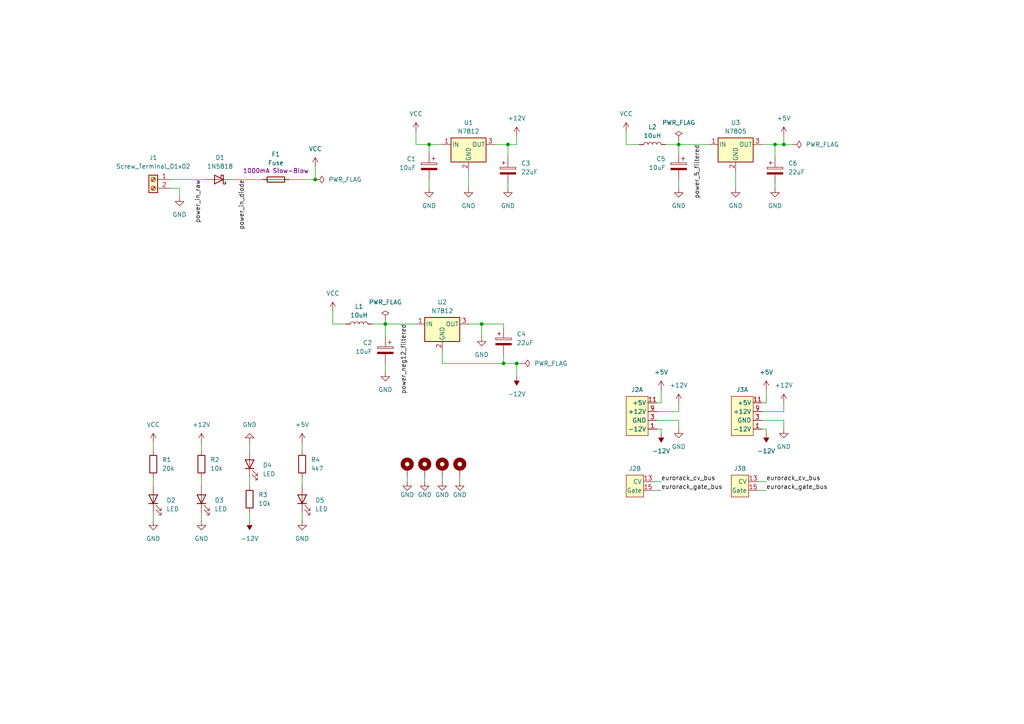
<source format=kicad_sch>
(kicad_sch (version 20250114) (generator "eeschema") (generator_version "9.0")
  (paper "A4")
  (title_block (title "Power Distribution Board") (date "2026-01-24") (rev "rev03") (company "Bristol Communal Modular") (comment 2 "creativecommons.org/licenses/by/4.0/") (comment 3 "License: CC BY 4.0") (comment 4 "Author: Guy John"))
  (lib_symbols
    (symbol "Connector:Screw_Terminal_01x02" (pin_names (offset 1.016) (hide yes))
      (property "Reference" "J" (at 0 2.54 0))
      (property "Value" "Screw_Terminal_01x02" (at 0 -5.08 0))
      (symbol "Screw_Terminal_01x02_1_1"
        (rectangle (start -1.27 1.27) (end 1.27 -3.81) (stroke (width 0.254)) (fill (type background)))
        (polyline (pts (xy -0.5334 0.3302) (xy 0.3302 -0.508)) (stroke (width 0.1524)))
        (polyline (pts (xy -0.5334 -2.2098) (xy 0.3302 -3.048)) (stroke (width 0.1524)))
        (polyline (pts (xy -0.3556 0.508) (xy 0.508 -0.3302)) (stroke (width 0.1524)))
        (polyline (pts (xy -0.3556 -2.032) (xy 0.508 -2.8702)) (stroke (width 0.1524)))
        (circle (center 0 0) (radius 0.635) (stroke (width 0.1524)))
        (circle (center 0 -2.54) (radius 0.635) (stroke (width 0.1524)))
        (pin passive line (at -5.08 0 0) (length 3.81) (name "Pin_1") (number "1"))
        (pin passive line (at -5.08 -2.54 0) (length 3.81) (name "Pin_2") (number "2"))
      )
    )
    (symbol "Device:C_Polarized" (pin_numbers (hide yes)) (pin_names (offset 0.254))
      (property "Reference" "C" (at 0.635 2.54 0))
      (property "Value" "C_Polarized" (at 0.635 -2.54 0))
      (symbol "C_Polarized_0_1"
        (rectangle (start -2.286 0.508) (end 2.286 1.016))
        (polyline (pts (xy -1.778 2.286) (xy -0.762 2.286)))
        (polyline (pts (xy -1.27 2.794) (xy -1.27 1.778)))
        (rectangle (start 2.286 -0.508) (end -2.286 -1.016) (fill (type outline)))
      )
      (symbol "C_Polarized_1_1"
        (pin passive line (at 0 3.81 270) (length 2.794) (name "~") (number "1"))
        (pin passive line (at 0 -3.81 90) (length 2.794) (name "~") (number "2"))
      )
    )
    (symbol "Device:D_Schottky" (pin_numbers (hide yes)) (pin_names (offset 1.016) (hide yes))
      (property "Reference" "D" (at 0 2.54 0))
      (property "Value" "D_Schottky" (at 0 -2.54 0))
      (symbol "D_Schottky_0_1"
        (polyline (pts (xy -1.905 0.635) (xy -1.905 1.27) (xy -1.27 1.27) (xy -1.27 -1.27) (xy -0.635 -1.27) (xy -0.635 -0.635)) (stroke (width 0.254)))
        (polyline (pts (xy 1.27 1.27) (xy 1.27 -1.27) (xy -1.27 0) (xy 1.27 1.27)) (stroke (width 0.254)))
        (polyline (pts (xy 1.27 0) (xy -1.27 0)))
      )
      (symbol "D_Schottky_1_1"
        (pin passive line (at -3.81 0 0) (length 2.54) (name "K") (number "1"))
        (pin passive line (at 3.81 0 180) (length 2.54) (name "A") (number "2"))
      )
    )
    (symbol "Device:Fuse" (pin_numbers (hide yes)) (pin_names (offset 0))
      (property "Reference" "F" (at 2.032 0 90))
      (property "Value" "Fuse" (at -1.905 0 90))
      (symbol "Fuse_0_1"
        (rectangle (start -0.762 -2.54) (end 0.762 2.54) (stroke (width 0.254)))
        (polyline (pts (xy 0 2.54) (xy 0 -2.54)))
      )
      (symbol "Fuse_1_1"
        (pin passive line (at 0 3.81 270) (length 1.27) (name "~") (number "1"))
        (pin passive line (at 0 -3.81 90) (length 1.27) (name "~") (number "2"))
      )
    )
    (symbol "Device:L" (pin_numbers (hide yes)) (pin_names (offset 1.016) (hide yes))
      (property "Reference" "L" (at -1.27 0 90))
      (property "Value" "L" (at 1.905 0 90))
      (symbol "L_0_1"
        (arc (start 0 2.54) (mid 0.6323 1.905) (end 0 1.27))
        (arc (start 0 1.27) (mid 0.6323 0.635) (end 0 0))
        (arc (start 0 0) (mid 0.6323 -0.635) (end 0 -1.27))
        (arc (start 0 -1.27) (mid 0.6323 -1.905) (end 0 -2.54))
      )
      (symbol "L_1_1"
        (pin passive line (at 0 3.81 270) (length 1.27) (name "1") (number "1"))
        (pin passive line (at 0 -3.81 90) (length 1.27) (name "2") (number "2"))
      )
    )
    (symbol "Device:LED" (pin_numbers (hide yes)) (pin_names (offset 1.016) (hide yes))
      (property "Reference" "D" (at 0 2.54 0))
      (property "Value" "LED" (at 0 -2.54 0))
      (symbol "LED_0_1"
        (polyline (pts (xy -3.048 -0.762) (xy -4.572 -2.286) (xy -3.81 -2.286) (xy -4.572 -2.286) (xy -4.572 -1.524)))
        (polyline (pts (xy -1.778 -0.762) (xy -3.302 -2.286) (xy -2.54 -2.286) (xy -3.302 -2.286) (xy -3.302 -1.524)))
        (polyline (pts (xy -1.27 0) (xy 1.27 0)))
        (polyline (pts (xy -1.27 -1.27) (xy -1.27 1.27)) (stroke (width 0.254)))
        (polyline (pts (xy 1.27 -1.27) (xy 1.27 1.27) (xy -1.27 0) (xy 1.27 -1.27)) (stroke (width 0.254)))
      )
      (symbol "LED_1_1"
        (pin passive line (at -3.81 0 0) (length 2.54) (name "K") (number "1"))
        (pin passive line (at 3.81 0 180) (length 2.54) (name "A") (number "2"))
      )
    )
    (symbol "Device:R" (pin_numbers (hide yes)) (pin_names (offset 0))
      (property "Reference" "R" (at 2.032 0 90))
      (property "Value" "R" (at 0 0 90))
      (symbol "R_0_1"
        (rectangle (start -1.016 -2.54) (end 1.016 2.54) (stroke (width 0.254)))
      )
      (symbol "R_1_1"
        (pin passive line (at 0 3.81 270) (length 1.27) (name "~") (number "1"))
        (pin passive line (at 0 -3.81 90) (length 1.27) (name "~") (number "2"))
      )
    )
    (symbol "Mechanical:MountingHole_Pad" (pin_numbers (hide yes)) (pin_names (offset 1.016) (hide yes)) (in_bom no)
      (property "Reference" "H" (at 0 6.35 0))
      (property "Value" "MountingHole_Pad" (at 0 4.445 0))
      (symbol "MountingHole_Pad_0_1"
        (circle (center 0 1.27) (radius 1.27) (stroke (width 1.27)))
      )
      (symbol "MountingHole_Pad_1_1"
        (pin input line (at 0 -2.54 90) (length 2.54) (name "1") (number "1"))
      )
    )
    (symbol "Rumblesan_Eurorack_Power:Bus_Board_Power_Distribution_Socket"
      (property "Reference" "J?" (at 0.635 8.255 0))
      (symbol "Bus_Board_Power_Distribution_Socket_1_1"
        (rectangle (start -2.54 6.985) (end 3.81 -4.445) (stroke (width 0.1524)) (fill (type background)))
        (pin power_in line (at 6.35 5.08 180) (length 2.54) (name "+5V") (number "11"))
        (pin passive line (at 6.35 5.08 180) (length 2.54) (hide yes) (name "+5V") (number "12"))
        (pin passive line (at 6.35 2.54 180) (length 2.54) (hide yes) (name "+12V") (number "10"))
        (pin power_in line (at 6.35 2.54 180) (length 2.54) (name "+12V") (number "9"))
        (pin power_in line (at 6.35 0 180) (length 2.54) (name "GND") (number "3"))
        (pin passive line (at 6.35 0 180) (length 2.54) (hide yes) (name "GND") (number "4"))
        (pin passive line (at 6.35 0 180) (length 2.54) (hide yes) (name "GND") (number "5"))
        (pin passive line (at 6.35 0 180) (length 2.54) (hide yes) (name "GND") (number "6"))
        (pin passive line (at 6.35 0 180) (length 2.54) (hide yes) (name "GND") (number "7"))
        (pin passive line (at 6.35 0 180) (length 2.54) (hide yes) (name "GND") (number "8"))
        (pin power_in line (at 6.35 -2.54 180) (length 2.54) (name "-12V") (number "1"))
        (pin passive line (at 6.35 -2.54 180) (length 2.54) (hide yes) (name "-12V") (number "2"))
      )
      (symbol "Bus_Board_Power_Distribution_Socket_2_1"
        (rectangle (start -1.27 4.445) (end 3.81 -1.905) (stroke (width 0.1524)) (fill (type background)))
        (pin passive line (at 6.35 2.54 180) (length 2.54) (name "CV") (number "13"))
        (pin passive line (at 6.35 2.54 180) (length 2.54) (hide yes) (name "CV") (number "14"))
        (pin passive line (at 6.35 0 180) (length 2.54) (name "Gate") (number "15"))
        (pin passive line (at 6.35 0 180) (length 2.54) (hide yes) (name "Gate") (number "16"))
      )
    )
    (symbol "bcm-power-parts:N7805" (pin_names (offset 0.254))
      (property "Reference" "U" (at -3.81 3.175 0))
      (property "Value" "N7805" (at 0 3.175 0))
      (symbol "N7805_0_1"
        (rectangle (start -5.08 1.905) (end 5.08 -5.08) (stroke (width 0.254)) (fill (type background)))
      )
      (symbol "N7805_1_1"
        (pin power_in line (at -7.62 0 0) (length 2.54) (name "IN") (number "1"))
        (pin power_in line (at 0 -7.62 90) (length 2.54) (name "GND") (number "2"))
        (pin power_out line (at 7.62 0 180) (length 2.54) (name "OUT") (number "3"))
      )
    )
    (symbol "bcm-power-parts:N7812" (pin_names (offset 0.254))
      (property "Reference" "U" (at -3.81 3.175 0))
      (property "Value" "N7812" (at 0 3.175 0))
      (symbol "N7812_0_1"
        (rectangle (start -5.08 1.905) (end 5.08 -5.08) (stroke (width 0.254)) (fill (type background)))
      )
      (symbol "N7812_1_1"
        (pin power_in line (at -7.62 0 0) (length 2.54) (name "IN") (number "1"))
        (pin power_in line (at 0 -7.62 90) (length 2.54) (name "GND") (number "2"))
        (pin power_out line (at 7.62 0 180) (length 2.54) (name "OUT") (number "3"))
      )
    )
    (symbol "power:+12V" (power) (pin_numbers (hide yes)) (pin_names (offset 0) (hide yes))
      (property "Value" "+12V" (at 0 3.556 0))
      (symbol "+12V_0_1"
        (polyline (pts (xy -0.762 1.27) (xy 0 2.54)))
        (polyline (pts (xy 0 2.54) (xy 0.762 1.27)))
        (polyline (pts (xy 0 0) (xy 0 2.54)))
      )
      (symbol "+12V_1_1"
        (pin power_in line (at 0 0 90) (length 0) (name "~") (number "1"))
      )
    )
    (symbol "power:+5V" (power) (pin_numbers (hide yes)) (pin_names (offset 0) (hide yes))
      (property "Value" "+5V" (at 0 3.556 0))
      (symbol "+5V_0_1"
        (polyline (pts (xy -0.762 1.27) (xy 0 2.54)))
        (polyline (pts (xy 0 2.54) (xy 0.762 1.27)))
        (polyline (pts (xy 0 0) (xy 0 2.54)))
      )
      (symbol "+5V_1_1"
        (pin power_in line (at 0 0 90) (length 0) (name "~") (number "1"))
      )
    )
    (symbol "power:-12V" (power) (pin_numbers (hide yes)) (pin_names (offset 0) (hide yes))
      (property "Value" "-12V" (at 0 3.556 0))
      (symbol "-12V_0_0"
        (pin power_in line (at 0 0 90) (length 0) (name "~") (number "1"))
      )
      (symbol "-12V_0_1"
        (polyline (pts (xy 0 0) (xy 0 1.27) (xy 0.762 1.27) (xy 0 2.54) (xy -0.762 1.27) (xy 0 1.27)) (fill (type outline)))
      )
    )
    (symbol "power:GND" (power) (pin_numbers (hide yes)) (pin_names (offset 0) (hide yes))
      (property "Value" "GND" (at 0 -3.81 0))
      (symbol "GND_0_1"
        (polyline (pts (xy 0 0) (xy 0 -1.27) (xy 1.27 -1.27) (xy 0 -2.54) (xy -1.27 -1.27) (xy 0 -1.27)))
      )
      (symbol "GND_1_1"
        (pin power_in line (at 0 0 270) (length 0) (name "~") (number "1"))
      )
    )
    (symbol "power:PWR_FLAG" (power) (pin_numbers (hide yes)) (pin_names (offset 0) (hide yes))
      (property "Value" "PWR_FLAG" (at 0 3.81 0))
      (symbol "PWR_FLAG_0_0"
        (pin power_out line (at 0 0 90) (length 0) (name "~") (number "1"))
      )
      (symbol "PWR_FLAG_0_1"
        (polyline (pts (xy 0 0) (xy 0 1.27) (xy -1.016 1.905) (xy 0 2.54) (xy 1.016 1.905) (xy 0 1.27)))
      )
    )
    (symbol "power:VCC" (power) (pin_numbers (hide yes)) (pin_names (offset 0) (hide yes))
      (property "Value" "VCC" (at 0 3.556 0))
      (symbol "VCC_0_1"
        (polyline (pts (xy -0.762 1.27) (xy 0 2.54)))
        (polyline (pts (xy 0 2.54) (xy 0.762 1.27)))
        (polyline (pts (xy 0 0) (xy 0 2.54)))
      )
      (symbol "VCC_1_1"
        (pin power_in line (at 0 0 90) (length 0) (name "~") (number "1"))
      )
    )
  )
  (junction (at 146.05 105.41))
  (junction (at 227.33 41.91))
  (junction (at 111.76 93.98))
  (junction (at 224.79 41.91))
  (junction (at 139.7 93.98))
  (junction (at 149.86 105.41))
  (junction (at 196.85 41.91))
  (junction (at 147.32 41.91))
  (junction (at 91.44 52.07))
  (junction (at 124.46 41.91))
  (wire (pts (xy 128.27 105.41) (xy 146.05 105.41)))
  (wire (pts (xy 139.7 93.98) (xy 139.7 97.79)))
  (wire (pts (xy 58.42 128.27) (xy 58.42 130.81)))
  (wire (pts (xy 196.85 121.92) (xy 196.85 124.46)))
  (wire (pts (xy 196.85 52.07) (xy 196.85 54.61)))
  (wire (pts (xy 220.98 41.91) (xy 224.79 41.91)))
  (wire (pts (xy 96.52 90.17) (xy 96.52 93.98)))
  (wire (pts (xy 227.33 39.37) (xy 227.33 41.91)))
  (wire (pts (xy 91.44 48.26) (xy 91.44 52.07)))
  (wire (pts (xy 191.77 142.24) (xy 189.23 142.24)))
  (wire (pts (xy 149.86 39.37) (xy 149.86 41.91)))
  (wire (pts (xy 191.77 124.46) (xy 191.77 125.73)))
  (wire (pts (xy 111.76 93.98) (xy 120.65 93.98)))
  (wire (pts (xy 87.63 128.27) (xy 87.63 130.81)))
  (wire (pts (xy 190.5 124.46) (xy 191.77 124.46)))
  (wire (pts (xy 213.36 49.53) (xy 213.36 54.61)))
  (wire (pts (xy 124.46 41.91) (xy 128.27 41.91)))
  (wire (pts (xy 146.05 105.41) (xy 146.05 102.87)))
  (wire (pts (xy 135.89 49.53) (xy 135.89 54.61)))
  (wire (pts (xy 222.25 142.24) (xy 219.71 142.24)))
  (wire (pts (xy 111.76 92.71) (xy 111.76 93.98)))
  (wire (pts (xy 143.51 41.91) (xy 147.32 41.91)))
  (wire (pts (xy 128.27 139.7) (xy 128.27 138.43)))
  (wire (pts (xy 227.33 41.91) (xy 229.87 41.91)))
  (wire (pts (xy 181.61 41.91) (xy 185.42 41.91)))
  (wire (pts (xy 72.39 151.13) (xy 72.39 148.59)))
  (wire (pts (xy 72.39 130.81) (xy 72.39 128.27)))
  (wire (pts (xy 222.25 116.84) (xy 220.98 116.84)))
  (wire (pts (xy 227.33 121.92) (xy 227.33 124.46)))
  (wire (pts (xy 44.45 148.59) (xy 44.45 151.13)))
  (wire (pts (xy 196.85 41.91) (xy 205.74 41.91)))
  (wire (pts (xy 44.45 138.43) (xy 44.45 140.97)))
  (wire (pts (xy 72.39 140.97) (xy 72.39 138.43)))
  (wire (pts (xy 196.85 41.91) (xy 196.85 44.45)))
  (wire (pts (xy 220.98 121.92) (xy 227.33 121.92)))
  (wire (pts (xy 220.98 119.38) (xy 227.33 119.38)))
  (wire (pts (xy 118.11 139.7) (xy 118.11 138.43)))
  (wire (pts (xy 146.05 95.25) (xy 146.05 93.98)))
  (wire (pts (xy 49.53 54.61) (xy 52.07 54.61)))
  (wire (pts (xy 191.77 113.03) (xy 191.77 116.84)))
  (wire (pts (xy 58.42 148.59) (xy 58.42 151.13)))
  (wire (pts (xy 222.25 124.46) (xy 222.25 125.73)))
  (wire (pts (xy 111.76 93.98) (xy 111.76 97.79)))
  (wire (pts (xy 147.32 54.61) (xy 147.32 53.34)))
  (wire (pts (xy 83.82 52.07) (xy 91.44 52.07)))
  (wire (pts (xy 111.76 93.98) (xy 107.95 93.98)))
  (wire (pts (xy 87.63 138.43) (xy 87.63 140.97)))
  (wire (pts (xy 196.85 119.38) (xy 196.85 116.84)))
  (wire (pts (xy 111.76 107.95) (xy 111.76 105.41)))
  (wire (pts (xy 222.25 139.7) (xy 219.71 139.7)))
  (wire (pts (xy 190.5 119.38) (xy 196.85 119.38)))
  (wire (pts (xy 222.25 113.03) (xy 222.25 116.84)))
  (wire (pts (xy 190.5 121.92) (xy 196.85 121.92)))
  (wire (pts (xy 146.05 93.98) (xy 139.7 93.98)))
  (wire (pts (xy 58.42 138.43) (xy 58.42 140.97)))
  (wire (pts (xy 87.63 148.59) (xy 87.63 151.13)))
  (wire (pts (xy 44.45 128.27) (xy 44.45 130.81)))
  (wire (pts (xy 220.98 124.46) (xy 222.25 124.46)))
  (wire (pts (xy 191.77 116.84) (xy 190.5 116.84)))
  (wire (pts (xy 191.77 139.7) (xy 189.23 139.7)))
  (wire (pts (xy 227.33 119.38) (xy 227.33 116.84)))
  (wire (pts (xy 96.52 93.98) (xy 100.33 93.98)))
  (wire (pts (xy 196.85 40.64) (xy 196.85 41.91)))
  (wire (pts (xy 181.61 38.1) (xy 181.61 41.91)))
  (wire (pts (xy 123.19 139.7) (xy 123.19 138.43)))
  (wire (pts (xy 149.86 41.91) (xy 147.32 41.91)))
  (wire (pts (xy 128.27 101.6) (xy 128.27 105.41)))
  (wire (pts (xy 147.32 41.91) (xy 147.32 45.72)))
  (wire (pts (xy 124.46 41.91) (xy 124.46 44.45)))
  (wire (pts (xy 67.31 52.07) (xy 76.2 52.07)))
  (wire (pts (xy 224.79 41.91) (xy 224.79 45.72)))
  (wire (pts (xy 139.7 93.98) (xy 135.89 93.98)))
  (wire (pts (xy 151.13 105.41) (xy 149.86 105.41)))
  (wire (pts (xy 193.04 41.91) (xy 196.85 41.91)))
  (wire (pts (xy 120.65 38.1) (xy 120.65 41.91)))
  (wire (pts (xy 120.65 41.91) (xy 124.46 41.91)))
  (wire (pts (xy 149.86 105.41) (xy 146.05 105.41)))
  (wire (pts (xy 49.53 52.07) (xy 59.69 52.07)))
  (wire (pts (xy 149.86 109.22) (xy 149.86 105.41)))
  (wire (pts (xy 52.07 54.61) (xy 52.07 57.15)))
  (wire (pts (xy 224.79 54.61) (xy 224.79 53.34)))
  (wire (pts (xy 124.46 52.07) (xy 124.46 54.61)))
  (wire (pts (xy 227.33 41.91) (xy 224.79 41.91)))
  (wire (pts (xy 133.35 139.7) (xy 133.35 138.43)))
  (label "power_neg12_filtered" (at 118.11 93.98 270))
  (label "eurorack_gate_bus" (at 191.77 142.24 0))
  (label "power_in_diode" (at 71.12 52.07 270))
  (label "power_in_raw" (at 58.42 52.07 270))
  (label "power_5_filtered" (at 203.2 41.91 270))
  (label "eurorack_cv_bus" (at 191.77 139.7 0))
  (label "eurorack_gate_bus" (at 222.25 142.24 0))
  (label "eurorack_cv_bus" (at 222.25 139.7 0))
  (symbol (lib_id "power:GND") (at 128.27 139.7 0) (unit 1)
    (property "Reference" "#PWR032" (effects (hide yes)))
    (property "Value" "GND" (at 128.27 143.51 0))
    (property "Description" "Power symbol creates a global label with name \"GND\" , ground" (effects (hide yes)))
  )
  (symbol (lib_id "Device:LED") (at 72.39 134.62 90) (unit 1)
    (property "Reference" "D4" (at 76.2 134.9374 90) (effects (justify right)))
    (property "Value" "LED" (at 76.2 137.4774 90) (effects (justify right)))
    (property "Footprint" "LED_THT:LED_D3.0mm" (effects (hide yes)))
    (property "Description" "Light emitting diode" (effects (hide yes)))
    (property "Sim.Pins" "1=K 2=A" (effects (hide yes)))
  )
  (symbol (lib_id "power:GND") (at 224.79 54.61 0) (unit 1)
    (property "Reference" "#PWR037" (effects (hide yes)))
    (property "Value" "GND" (at 224.79 59.69 0))
    (property "Description" "Power symbol creates a global label with name \"GND\" , ground" (effects (hide yes)))
  )
  (symbol (lib_id "power:-12V") (at 72.39 151.13 180) (unit 1)
    (property "Reference" "#PWR09" (effects (hide yes)))
    (property "Value" "-12V" (at 72.39 156.21 0))
    (property "Description" "Power symbol creates a global label with name \"-12V\"" (effects (hide yes)))
  )
  (symbol (lib_id "power:+12V") (at 58.42 128.27 0) (unit 1)
    (property "Reference" "#PWR011" (effects (hide yes)))
    (property "Value" "+12V" (at 58.42 123.19 0))
    (property "Description" "Power symbol creates a global label with name \"+12V\"" (effects (hide yes)))
  )
  (symbol (lib_id "power:VCC") (at 91.44 48.26 0) (unit 1)
    (property "Reference" "#PWR013" (effects (hide yes)))
    (property "Value" "VCC" (at 91.44 43.18 0))
    (property "Description" "Power symbol creates a global label with name \"VCC\"" (effects (hide yes)))
  )
  (symbol (lib_id "Device:C_Polarized") (at 111.76 101.6 0) (mirror y) (unit 1)
    (property "Reference" "C2" (at 107.95 99.4409 0) (effects (justify left)))
    (property "Value" "10uF" (at 107.95 101.9809 0) (effects (justify left)))
    (property "Footprint" "Capacitor_THT:CP_Radial_D6.3mm_P2.50mm" (effects (hide yes)))
    (property "Description" "Polarized capacitor" (effects (hide yes)))
    (property "Spec" "electrolytic" (effects (hide yes)))
    (property "Voltage" "50V" (effects (hide yes)))
  )
  (symbol (lib_id "power:GND") (at 123.19 139.7 0) (unit 1)
    (property "Reference" "#PWR031" (effects (hide yes)))
    (property "Value" "GND" (at 123.19 143.51 0))
    (property "Description" "Power symbol creates a global label with name \"GND\" , ground" (effects (hide yes)))
  )
  (symbol (lib_id "Mechanical:MountingHole_Pad") (at 118.11 135.89 0) (unit 1) (in_bom no)
    (property "Reference" "H1" (effects (hide yes)))
    (property "Value" "MountingHole_Pad" (effects (hide yes)))
    (property "Footprint" "MountingHole:MountingHole_3.2mm_M3_DIN965_Pad" (effects (hide yes)))
    (property "Description" "Mounting Hole with connection" (effects (hide yes)))
  )
  (symbol (lib_id "power:GND") (at 147.32 54.61 0) (unit 1)
    (property "Reference" "#PWR05" (effects (hide yes)))
    (property "Value" "GND" (at 147.32 59.69 0))
    (property "Description" "Power symbol creates a global label with name \"GND\" , ground" (effects (hide yes)))
  )
  (symbol (lib_id "power:GND") (at 52.07 57.15 0) (unit 1)
    (property "Reference" "#PWR02" (effects (hide yes)))
    (property "Value" "GND" (at 52.07 62.23 0))
    (property "Description" "Power symbol creates a global label with name \"GND\" , ground" (effects (hide yes)))
  )
  (symbol (lib_id "power:GND") (at 135.89 54.61 0) (unit 1)
    (property "Reference" "#PWR03" (effects (hide yes)))
    (property "Value" "GND" (at 135.89 59.69 0))
    (property "Description" "Power symbol creates a global label with name \"GND\" , ground" (effects (hide yes)))
  )
  (symbol (lib_id "power:GND") (at 111.76 107.95 0) (unit 1)
    (property "Reference" "#PWR04" (effects (hide yes)))
    (property "Value" "GND" (at 111.76 113.03 0))
    (property "Description" "Power symbol creates a global label with name \"GND\" , ground" (effects (hide yes)))
  )
  (symbol (lib_id "Device:R") (at 58.42 134.62 0) (unit 1)
    (property "Reference" "R2" (at 60.96 133.3499 0) (effects (justify left)))
    (property "Value" "10k" (at 60.96 135.8899 0) (effects (justify left)))
    (property "Footprint" "Resistor_THT:R_Axial_DIN0207_L6.3mm_D2.5mm_P10.16mm_Horizontal" (effects (hide yes)))
    (property "Description" "Resistor" (effects (hide yes)))
    (property "Spec" "metal film" (effects (hide yes)))
    (property "Power" "1/4 Watt" (effects (hide yes)))
    (property "Tolerance" "1%" (effects (hide yes)))
  )
  (symbol (lib_id "bcm-power-parts:N7812") (at 135.89 41.91 0) (unit 1)
    (property "Reference" "U1" (at 135.89 35.56 0))
    (property "Value" "N7812" (at 135.89 38.1 0))
    (property "Footprint" "Package_TO_SOT_THT:TO-220-3_Horizontal_TabDown" (effects (hide yes)))
    (property "Datasheet" "https://www.meanwellusa.com/webapp/product/search.aspx?prod=N78-2" (effects (hide yes)))
    (property "Description" "2A Non-Isolated DC-DC Switching Regulator, Fixed Output 12V, TO-220/TO-263/TO-252" (effects (hide yes)))
  )
  (symbol (lib_id "power:+5V") (at 222.25 113.03 0) (unit 1)
    (property "Reference" "#PWR029" (effects (hide yes)))
    (property "Value" "+5V" (at 222.25 107.95 0))
    (property "Description" "Power symbol creates a global label with name \"+5V\"" (effects (hide yes)))
  )
  (symbol (lib_id "power:GND") (at 58.42 151.13 0) (unit 1)
    (property "Reference" "#PWR012" (effects (hide yes)))
    (property "Value" "GND" (at 58.42 156.21 0))
    (property "Description" "Power symbol creates a global label with name \"GND\" , ground" (effects (hide yes)))
  )
  (symbol (lib_id "bcm-power-parts:N7812") (at 128.27 93.98 0) (unit 1)
    (property "Reference" "U2" (at 128.27 87.63 0))
    (property "Value" "N7812" (at 128.27 90.17 0))
    (property "Footprint" "Package_TO_SOT_THT:TO-220-3_Horizontal_TabDown" (effects (hide yes)))
    (property "Datasheet" "https://www.meanwellusa.com/webapp/product/search.aspx?prod=N78-2" (effects (hide yes)))
    (property "Description" "2A Non-Isolated DC-DC Switching Regulator, Fixed Output 12V, TO-220/TO-263/TO-252" (effects (hide yes)))
  )
  (symbol (lib_id "power:PWR_FLAG") (at 111.76 92.71 0) (unit 1)
    (property "Reference" "#FLG01" (effects (hide yes)))
    (property "Value" "PWR_FLAG" (at 111.76 87.63 0))
    (property "Description" "Special symbol for telling ERC where power comes from" (effects (hide yes)))
  )
  (symbol (lib_id "power:-12V") (at 191.77 125.73 180) (unit 1)
    (property "Reference" "#PWR018" (effects (hide yes)))
    (property "Value" "-12V" (at 191.77 130.81 0))
    (property "Description" "Power symbol creates a global label with name \"-12V\"" (effects (hide yes)))
  )
  (symbol (lib_id "power:+12V") (at 196.85 116.84 0) (unit 1)
    (property "Reference" "#PWR020" (effects (hide yes)))
    (property "Value" "+12V" (at 196.85 111.76 0))
    (property "Description" "Power symbol creates a global label with name \"+12V\"" (effects (hide yes)))
  )
  (symbol (lib_id "power:GND") (at 196.85 54.61 0) (unit 1)
    (property "Reference" "#PWR035" (effects (hide yes)))
    (property "Value" "GND" (at 196.85 59.69 0))
    (property "Description" "Power symbol creates a global label with name \"GND\" , ground" (effects (hide yes)))
  )
  (symbol (lib_id "power:-12V") (at 222.25 125.73 180) (unit 1)
    (property "Reference" "#PWR021" (effects (hide yes)))
    (property "Value" "-12V" (at 222.25 130.81 0))
    (property "Description" "Power symbol creates a global label with name \"-12V\"" (effects (hide yes)))
  )
  (symbol (lib_id "power:GND") (at 227.33 124.46 0) (unit 1)
    (property "Reference" "#PWR023" (effects (hide yes)))
    (property "Value" "GND" (at 227.33 129.54 0))
    (property "Description" "Power symbol creates a global label with name \"GND\" , ground" (effects (hide yes)))
  )
  (symbol (lib_id "Device:D_Schottky") (at 63.5 52.07 180) (unit 1)
    (property "Reference" "D1" (at 63.8175 45.72 0))
    (property "Value" "1N5818" (at 63.8175 48.26 0))
    (property "Footprint" "Diode_THT:D_DO-41_SOD81_P10.16mm_Horizontal" (effects (hide yes)))
    (property "Description" "Schottky diode" (effects (hide yes)))
  )
  (symbol (lib_id "Device:C_Polarized") (at 146.05 99.06 0) (unit 1)
    (property "Reference" "C4" (at 149.86 96.9009 0) (effects (justify left)))
    (property "Value" "22uF" (at 149.86 99.4409 0) (effects (justify left)))
    (property "Footprint" "Capacitor_THT:CP_Radial_D6.3mm_P2.50mm" (effects (hide yes)))
    (property "Description" "Polarized capacitor" (effects (hide yes)))
    (property "Spec" "electrolytic" (effects (hide yes)))
    (property "Voltage" "50V" (effects (hide yes)))
  )
  (symbol (lib_id "power:GND") (at 118.11 139.7 0) (unit 1)
    (property "Reference" "#PWR030" (effects (hide yes)))
    (property "Value" "GND" (at 118.11 143.51 0))
    (property "Description" "Power symbol creates a global label with name \"GND\" , ground" (effects (hide yes)))
  )
  (symbol (lib_id "power:VCC") (at 96.52 90.17 0) (unit 1)
    (property "Reference" "#PWR015" (effects (hide yes)))
    (property "Value" "VCC" (at 96.52 85.09 0))
    (property "Description" "Power symbol creates a global label with name \"VCC\"" (effects (hide yes)))
  )
  (symbol (lib_id "power:GND") (at 196.85 124.46 0) (unit 1)
    (property "Reference" "#PWR019" (effects (hide yes)))
    (property "Value" "GND" (at 196.85 129.54 0))
    (property "Description" "Power symbol creates a global label with name \"GND\" , ground" (effects (hide yes)))
  )
  (symbol (lib_id "power:PWR_FLAG") (at 151.13 105.41 270) (unit 1)
    (property "Reference" "#FLG02" (effects (hide yes)))
    (property "Value" "PWR_FLAG" (at 154.94 105.4099 90) (effects (justify left)))
    (property "Description" "Special symbol for telling ERC where power comes from" (effects (hide yes)))
  )
  (symbol (lib_id "Device:R") (at 44.45 134.62 0) (unit 1)
    (property "Reference" "R1" (at 46.99 133.3499 0) (effects (justify left)))
    (property "Value" "20k" (at 46.99 135.8899 0) (effects (justify left)))
    (property "Footprint" "Resistor_THT:R_Axial_DIN0207_L6.3mm_D2.5mm_P10.16mm_Horizontal" (effects (hide yes)))
    (property "Description" "Resistor" (effects (hide yes)))
    (property "Spec" "metal film" (effects (hide yes)))
    (property "Power" "1/4 Watt" (effects (hide yes)))
    (property "Tolerance" "1%" (effects (hide yes)))
  )
  (symbol (lib_id "Device:C_Polarized") (at 196.85 48.26 0) (mirror y) (unit 1)
    (property "Reference" "C5" (at 193.04 46.1009 0) (effects (justify left)))
    (property "Value" "10uF" (at 193.04 48.6409 0) (effects (justify left)))
    (property "Footprint" "Capacitor_THT:CP_Radial_D6.3mm_P2.50mm" (effects (hide yes)))
    (property "Description" "Polarized capacitor" (effects (hide yes)))
    (property "Spec" "electrolytic" (effects (hide yes)))
    (property "Voltage" "50V" (effects (hide yes)))
  )
  (symbol (lib_id "power:VCC") (at 181.61 38.1 0) (unit 1)
    (property "Reference" "#PWR034" (effects (hide yes)))
    (property "Value" "VCC" (at 181.61 33.02 0))
    (property "Description" "Power symbol creates a global label with name \"VCC\"" (effects (hide yes)))
  )
  (symbol (lib_id "power:+12V") (at 227.33 116.84 0) (unit 1)
    (property "Reference" "#PWR022" (effects (hide yes)))
    (property "Value" "+12V" (at 227.33 111.76 0))
    (property "Description" "Power symbol creates a global label with name \"+12V\"" (effects (hide yes)))
  )
  (symbol (lib_id "power:PWR_FLAG") (at 91.44 52.07 270) (unit 1)
    (property "Reference" "#FLG04" (effects (hide yes)))
    (property "Value" "PWR_FLAG" (at 95.25 52.0699 90) (effects (justify left)))
    (property "Description" "Special symbol for telling ERC where power comes from" (effects (hide yes)))
  )
  (symbol (lib_id "power:PWR_FLAG") (at 229.87 41.91 270) (unit 1)
    (property "Reference" "#FLG05" (effects (hide yes)))
    (property "Value" "PWR_FLAG" (at 233.68 41.9099 90) (effects (justify left)))
    (property "Description" "Special symbol for telling ERC where power comes from" (effects (hide yes)))
  )
  (symbol (lib_id "power:GND") (at 133.35 139.7 0) (unit 1)
    (property "Reference" "#PWR033" (effects (hide yes)))
    (property "Value" "GND" (at 133.35 143.51 0))
    (property "Description" "Power symbol creates a global label with name \"GND\" , ground" (effects (hide yes)))
  )
  (symbol (lib_id "Device:LED") (at 58.42 144.78 90) (unit 1)
    (property "Reference" "D3" (at 62.23 145.0974 90) (effects (justify right)))
    (property "Value" "LED" (at 62.23 147.6374 90) (effects (justify right)))
    (property "Footprint" "LED_THT:LED_D3.0mm" (effects (hide yes)))
    (property "Description" "Light emitting diode" (effects (hide yes)))
    (property "Sim.Pins" "1=K 2=A" (effects (hide yes)))
  )
  (symbol (lib_id "power:+5V") (at 87.63 128.27 0) (unit 1)
    (property "Reference" "#PWR038" (effects (hide yes)))
    (property "Value" "+5V" (at 87.63 123.19 0))
    (property "Description" "Power symbol creates a global label with name \"+5V\"" (effects (hide yes)))
  )
  (symbol (lib_id "Mechanical:MountingHole_Pad") (at 123.19 135.89 0) (unit 1) (in_bom no)
    (property "Reference" "H2" (effects (hide yes)))
    (property "Value" "MountingHole_Pad" (effects (hide yes)))
    (property "Footprint" "MountingHole:MountingHole_3.2mm_M3_DIN965_Pad" (effects (hide yes)))
    (property "Description" "Mounting Hole with connection" (effects (hide yes)))
  )
  (symbol (lib_id "Mechanical:MountingHole_Pad") (at 128.27 135.89 0) (unit 1) (in_bom no)
    (property "Reference" "H3" (effects (hide yes)))
    (property "Value" "MountingHole_Pad" (effects (hide yes)))
    (property "Footprint" "MountingHole:MountingHole_3.2mm_M3_DIN965_Pad" (effects (hide yes)))
    (property "Description" "Mounting Hole with connection" (effects (hide yes)))
  )
  (symbol (lib_id "Connector:Screw_Terminal_01x02") (at 44.45 52.07 0) (mirror y) (unit 1)
    (property "Reference" "J1" (at 44.45 45.72 0))
    (property "Value" "Screw_Terminal_01x02" (at 44.45 48.26 0))
    (property "Footprint" "TerminalBlock_Phoenix:TerminalBlock_Phoenix_MKDS-1,5-2-5.08_1x02_P5.08mm_Horizontal" (effects (hide yes)))
    (property "Description" "Generic screw terminal, single row, 01x02, script generated (kicad-library-utils/schlib/autogen/connector/)" (effects (hide yes)))
    (property "Manufacturer" "Phoenix" (effects (hide yes)))
    (property "MPN" "1715022" (effects (hide yes)))
  )
  (symbol (lib_id "power:-12V") (at 149.86 109.22 180) (unit 1)
    (property "Reference" "#PWR08" (effects (hide yes)))
    (property "Value" "-12V" (at 149.86 114.3 0))
    (property "Description" "Power symbol creates a global label with name \"-12V\"" (effects (hide yes)))
  )
  (symbol (lib_id "power:+12V") (at 149.86 39.37 0) (unit 1)
    (property "Reference" "#PWR06" (effects (hide yes)))
    (property "Value" "+12V" (at 149.86 34.29 0))
    (property "Description" "Power symbol creates a global label with name \"+12V\"" (effects (hide yes)))
  )
  (symbol (lib_id "power:PWR_FLAG") (at 196.85 40.64 0) (unit 1)
    (property "Reference" "#FLG03" (effects (hide yes)))
    (property "Value" "PWR_FLAG" (at 196.85 35.56 0))
    (property "Description" "Special symbol for telling ERC where power comes from" (effects (hide yes)))
  )
  (symbol (lib_id "power:VCC") (at 44.45 128.27 0) (unit 1)
    (property "Reference" "#PWR016" (effects (hide yes)))
    (property "Value" "VCC" (at 44.45 123.19 0))
    (property "Description" "Power symbol creates a global label with name \"VCC\"" (effects (hide yes)))
  )
  (symbol (lib_id "Device:L") (at 104.14 93.98 90) (unit 1)
    (property "Reference" "L1" (at 104.14 88.9 90))
    (property "Value" "10uH" (at 104.14 91.44 90))
    (property "Footprint" "Inductor_THT:L_Toroid_Vertical_L10.0mm_W5.0mm_P5.08mm" (effects (hide yes)))
    (property "Datasheet" "https://search.kemet.com/component-documentation/download/specsheet/SN3-200" (effects (hide yes)))
    (property "Description" "Inductor" (effects (hide yes)))
    (property "DC Current" "1A" (effects (hide yes)))
    (property "Manufacturer" "Kemet" (effects (hide yes)))
    (property "MPN" "SN3-200" (effects (hide yes)))
  )
  (symbol (lib_id "power:GND") (at 139.7 97.79 0) (unit 1)
    (property "Reference" "#PWR07" (effects (hide yes)))
    (property "Value" "GND" (at 139.7 102.87 0))
    (property "Description" "Power symbol creates a global label with name \"GND\" , ground" (effects (hide yes)))
  )
  (symbol (lib_id "Rumblesan_Eurorack_Power:Bus_Board_Power_Distribution_Socket") (at 184.15 121.92 0) (unit 1)
    (property "Reference" "J2" (at 184.785 113.03 0))
    (property "Value" "Conn_02x08_Odd_Even" (effects (hide yes)))
    (property "Footprint" "Rumblesan_Eurorack_Power:Eurorack_Power_IDC-Header_2x08_P2.54mm_Vertical" (effects (hide yes)))
  )
  (symbol (lib_id "Device:C_Polarized") (at 147.32 49.53 0) (unit 1)
    (property "Reference" "C3" (at 151.13 47.3709 0) (effects (justify left)))
    (property "Value" "22uF" (at 151.13 49.9109 0) (effects (justify left)))
    (property "Footprint" "Capacitor_THT:CP_Radial_D6.3mm_P2.50mm" (effects (hide yes)))
    (property "Description" "Polarized capacitor" (effects (hide yes)))
    (property "Spec" "electrolytic" (effects (hide yes)))
    (property "Voltage" "50V" (effects (hide yes)))
  )
  (symbol (lib_id "Device:LED") (at 44.45 144.78 90) (unit 1)
    (property "Reference" "D2" (at 48.26 145.0974 90) (effects (justify right)))
    (property "Value" "LED" (at 48.26 147.6374 90) (effects (justify right)))
    (property "Footprint" "LED_THT:LED_D3.0mm" (effects (hide yes)))
    (property "Description" "Light emitting diode" (effects (hide yes)))
    (property "Sim.Pins" "1=K 2=A" (effects (hide yes)))
  )
  (symbol (lib_id "Rumblesan_Eurorack_Power:Bus_Board_Power_Distribution_Socket") (at 182.88 142.24 0) (unit 2)
    (property "Reference" "J2" (at 184.15 135.89 0))
    (property "Value" "Conn_02x08_Odd_Even" (effects (hide yes)))
    (property "Footprint" "Rumblesan_Eurorack_Power:Eurorack_Power_IDC-Header_2x08_P2.54mm_Vertical" (effects (hide yes)))
  )
  (symbol (lib_id "Rumblesan_Eurorack_Power:Bus_Board_Power_Distribution_Socket") (at 214.63 121.92 0) (unit 1)
    (property "Reference" "J3" (at 215.265 113.03 0))
    (property "Value" "Conn_02x08_Odd_Even" (effects (hide yes)))
    (property "Footprint" "Rumblesan_Eurorack_Power:Eurorack_Power_IDC-Header_2x08_P2.54mm_Vertical" (effects (hide yes)))
  )
  (symbol (lib_id "power:GND") (at 87.63 151.13 0) (unit 1)
    (property "Reference" "#PWR040" (effects (hide yes)))
    (property "Value" "GND" (at 87.63 156.21 0))
    (property "Description" "Power symbol creates a global label with name \"GND\" , ground" (effects (hide yes)))
  )
  (symbol (lib_id "power:+5V") (at 191.77 113.03 0) (unit 1)
    (property "Reference" "#PWR028" (effects (hide yes)))
    (property "Value" "+5V" (at 191.77 107.95 0))
    (property "Description" "Power symbol creates a global label with name \"+5V\"" (effects (hide yes)))
  )
  (symbol (lib_id "power:VCC") (at 120.65 38.1 0) (unit 1)
    (property "Reference" "#PWR014" (effects (hide yes)))
    (property "Value" "VCC" (at 120.65 33.02 0))
    (property "Description" "Power symbol creates a global label with name \"VCC\"" (effects (hide yes)))
  )
  (symbol (lib_id "power:+5V") (at 227.33 39.37 0) (unit 1)
    (property "Reference" "#PWR039" (effects (hide yes)))
    (property "Value" "+5V" (at 227.33 34.29 0))
    (property "Description" "Power symbol creates a global label with name \"+5V\"" (effects (hide yes)))
  )
  (symbol (lib_id "Device:R") (at 72.39 144.78 0) (mirror y) (unit 1)
    (property "Reference" "R3" (at 74.93 143.5099 0) (effects (justify right)))
    (property "Value" "10k" (at 74.93 146.0499 0) (effects (justify right)))
    (property "Footprint" "Resistor_THT:R_Axial_DIN0207_L6.3mm_D2.5mm_P10.16mm_Horizontal" (effects (hide yes)))
    (property "Description" "Resistor" (effects (hide yes)))
    (property "Spec" "metal film" (effects (hide yes)))
    (property "Power" "1/4 Watt" (effects (hide yes)))
    (property "Tolerance" "1%" (effects (hide yes)))
  )
  (symbol (lib_id "Rumblesan_Eurorack_Power:Bus_Board_Power_Distribution_Socket") (at 213.36 142.24 0) (unit 2)
    (property "Reference" "J3" (at 214.63 135.89 0))
    (property "Value" "Conn_02x08_Odd_Even" (effects (hide yes)))
    (property "Footprint" "Rumblesan_Eurorack_Power:Eurorack_Power_IDC-Header_2x08_P2.54mm_Vertical" (effects (hide yes)))
  )
  (symbol (lib_id "Device:LED") (at 87.63 144.78 90) (unit 1)
    (property "Reference" "D5" (at 91.44 145.0974 90) (effects (justify right)))
    (property "Value" "LED" (at 91.44 147.6374 90) (effects (justify right)))
    (property "Footprint" "LED_THT:LED_D3.0mm" (effects (hide yes)))
    (property "Description" "Light emitting diode" (effects (hide yes)))
    (property "Sim.Pins" "1=K 2=A" (effects (hide yes)))
  )
  (symbol (lib_id "Device:C_Polarized") (at 224.79 49.53 0) (unit 1)
    (property "Reference" "C6" (at 228.6 47.3709 0) (effects (justify left)))
    (property "Value" "22uF" (at 228.6 49.9109 0) (effects (justify left)))
    (property "Footprint" "Capacitor_THT:CP_Radial_D6.3mm_P2.50mm" (effects (hide yes)))
    (property "Description" "Polarized capacitor" (effects (hide yes)))
    (property "Spec" "electrolytic" (effects (hide yes)))
    (property "Voltage" "50V" (effects (hide yes)))
  )
  (symbol (lib_id "Device:Fuse") (at 80.01 52.07 270) (mirror x) (unit 1)
    (property "Reference" "F1" (at 80.01 44.704 90))
    (property "Value" "Fuse" (at 80.01 47.244 90))
    (property "Footprint" "Fuse:Fuseholder_Clip-5x20mm_Littelfuse_520_Inline_P20.50x5.80mm_D1.30mm_Horizontal" (effects (hide yes)))
    (property "Description" "Fuse" (effects (hide yes)))
    (property "Spec" "1000mA Slow-Blow" (at 80.01 49.53 90))
    (property "Manufacturer" "LIttelfuse" (effects (hide yes)))
    (property "MPR" "05200001N" (effects (hide yes)))
  )
  (symbol (lib_id "Device:L") (at 189.23 41.91 90) (unit 1)
    (property "Reference" "L2" (at 189.23 36.83 90))
    (property "Value" "10uH" (at 189.23 39.37 90))
    (property "Footprint" "Inductor_THT:L_Toroid_Vertical_L10.0mm_W5.0mm_P5.08mm" (effects (hide yes)))
    (property "Datasheet" "https://search.kemet.com/component-documentation/download/specsheet/SN3-200" (effects (hide yes)))
    (property "Description" "Inductor" (effects (hide yes)))
    (property "DC Current" "1A" (effects (hide yes)))
    (property "Manufacturer" "Kemet" (effects (hide yes)))
    (property "MPN" "SN3-200" (effects (hide yes)))
  )
  (symbol (lib_id "Mechanical:MountingHole_Pad") (at 133.35 135.89 0) (unit 1) (in_bom no)
    (property "Reference" "H4" (effects (hide yes)))
    (property "Value" "MountingHole_Pad" (effects (hide yes)))
    (property "Footprint" "MountingHole:MountingHole_3.2mm_M3_DIN965_Pad" (effects (hide yes)))
    (property "Description" "Mounting Hole with connection" (effects (hide yes)))
  )
  (symbol (lib_id "bcm-power-parts:N7805") (at 213.36 41.91 0) (unit 1)
    (property "Reference" "U3" (at 213.36 35.56 0))
    (property "Value" "N7805" (at 213.36 38.1 0))
    (property "Footprint" "Package_TO_SOT_THT:TO-220-3_Horizontal_TabDown" (effects (hide yes)))
    (property "Datasheet" "https://www.meanwellusa.com/webapp/product/search.aspx?prod=N78-2" (effects (hide yes)))
    (property "Description" "2A Non-Isolated DC-DC Switching Regulator, Fixed Output 5V, TO-220/TO-263/TO-252" (effects (hide yes)))
  )
  (symbol (lib_id "power:GND") (at 72.39 128.27 180) (unit 1)
    (property "Reference" "#PWR017" (effects (hide yes)))
    (property "Value" "GND" (at 72.39 123.19 0))
    (property "Description" "Power symbol creates a global label with name \"GND\" , ground" (effects (hide yes)))
  )
  (symbol (lib_id "power:GND") (at 124.46 54.61 0) (unit 1)
    (property "Reference" "#PWR01" (effects (hide yes)))
    (property "Value" "GND" (at 124.46 59.69 0))
    (property "Description" "Power symbol creates a global label with name \"GND\" , ground" (effects (hide yes)))
  )
  (symbol (lib_id "power:GND") (at 213.36 54.61 0) (unit 1)
    (property "Reference" "#PWR036" (effects (hide yes)))
    (property "Value" "GND" (at 213.36 59.69 0))
    (property "Description" "Power symbol creates a global label with name \"GND\" , ground" (effects (hide yes)))
  )
  (symbol (lib_id "Device:R") (at 87.63 134.62 0) (unit 1)
    (property "Reference" "R4" (at 90.17 133.3499 0) (effects (justify left)))
    (property "Value" "4k7" (at 90.17 135.8899 0) (effects (justify left)))
    (property "Footprint" "Resistor_THT:R_Axial_DIN0207_L6.3mm_D2.5mm_P10.16mm_Horizontal" (effects (hide yes)))
    (property "Description" "Resistor" (effects (hide yes)))
    (property "Spec" "metal film" (effects (hide yes)))
    (property "Power" "1/4 Watt" (effects (hide yes)))
    (property "Tolerance" "1%" (effects (hide yes)))
  )
  (symbol (lib_id "power:GND") (at 44.45 151.13 0) (unit 1)
    (property "Reference" "#PWR010" (effects (hide yes)))
    (property "Value" "GND" (at 44.45 156.21 0))
    (property "Description" "Power symbol creates a global label with name \"GND\" , ground" (effects (hide yes)))
  )
  (symbol (lib_id "Device:C_Polarized") (at 124.46 48.26 0) (mirror y) (unit 1)
    (property "Reference" "C1" (at 120.65 46.1009 0) (effects (justify left)))
    (property "Value" "10uF" (at 120.65 48.6409 0) (effects (justify left)))
    (property "Footprint" "Capacitor_THT:CP_Radial_D6.3mm_P2.50mm" (effects (hide yes)))
    (property "Description" "Polarized capacitor" (effects (hide yes)))
    (property "Spec" "electrolytic" (effects (hide yes)))
    (property "Voltage" "50V" (effects (hide yes)))
  )
)
</source>
